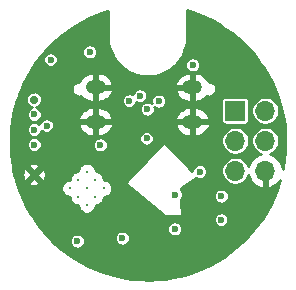
<source format=gbr>
G04 #@! TF.GenerationSoftware,KiCad,Pcbnew,(5.99.0-417-g8bd2765f3)*
G04 #@! TF.CreationDate,2020-07-20T21:20:45-04:00*
G04 #@! TF.ProjectId,bias,62696173-2e6b-4696-9361-645f70636258,rev?*
G04 #@! TF.SameCoordinates,Original*
G04 #@! TF.FileFunction,Copper,L2,Inr*
G04 #@! TF.FilePolarity,Positive*
%FSLAX46Y46*%
G04 Gerber Fmt 4.6, Leading zero omitted, Abs format (unit mm)*
G04 Created by KiCad (PCBNEW (5.99.0-417-g8bd2765f3)) date 2020-07-20 21:20:45*
%MOMM*%
%LPD*%
G04 APERTURE LIST*
%ADD10C,0.704800*%
%ADD11C,0.200000*%
%ADD12O,1.700000X1.200000*%
%ADD13R,1.700000X1.700000*%
%ADD14O,1.700000X1.700000*%
%ADD15C,0.600000*%
%ADD16C,0.254000*%
G04 APERTURE END LIST*
D10*
X190359200Y-97255400D03*
X190359200Y-103605400D03*
D11*
X194822334Y-103352874D03*
X195529441Y-104059981D03*
X196236548Y-104767087D03*
X194115228Y-104059981D03*
X194822334Y-104767087D03*
X195529441Y-105474194D03*
X193408121Y-104767087D03*
X194115228Y-105474194D03*
X194822334Y-106181301D03*
D12*
X195559240Y-96202680D03*
X203759239Y-96202680D03*
X195559240Y-99142680D03*
X203759239Y-99142680D03*
D13*
X207391000Y-98196400D03*
D14*
X209931000Y-98196400D03*
X207391000Y-100736400D03*
X209931000Y-100736400D03*
X207391000Y-103276400D03*
X209931000Y-103276400D03*
D15*
X191759400Y-93878400D03*
X199329040Y-96931480D03*
X199928480Y-98059240D03*
X199877680Y-100543360D03*
X195950840Y-101097080D03*
X203789280Y-94320360D03*
X200909240Y-97388360D03*
X198409240Y-97343280D03*
X206197200Y-105435400D03*
X204389200Y-103350400D03*
X204233742Y-106254173D03*
X205509200Y-108420400D03*
X194005200Y-109245400D03*
X197815200Y-108991400D03*
X191409200Y-99470400D03*
X202272406Y-108195168D03*
X202329200Y-105310400D03*
X195009200Y-100570400D03*
X204240000Y-90670000D03*
X208229200Y-96260400D03*
X199789200Y-106370400D03*
X192389200Y-99500400D03*
X193319400Y-94348400D03*
X196347600Y-94167000D03*
X193869200Y-92490400D03*
X197889200Y-102320400D03*
X202779200Y-100800400D03*
X199466200Y-107731128D03*
X206919200Y-94670400D03*
X204264200Y-107100400D03*
X203414200Y-107100400D03*
X203414200Y-106250400D03*
X193329400Y-93458400D03*
X206189202Y-107423638D03*
X204038200Y-109880400D03*
X199720200Y-111404400D03*
X195076399Y-93228401D03*
X190359200Y-101065400D03*
X190359200Y-99795400D03*
X190365500Y-98519100D03*
G36*
X203560798Y-89782229D02*
G01*
X204192549Y-90005549D01*
X204810427Y-90264878D01*
X205412328Y-90559331D01*
X205996279Y-90887943D01*
X206560365Y-91249636D01*
X207102690Y-91643198D01*
X207621446Y-92067314D01*
X208114952Y-92520609D01*
X208581526Y-93001541D01*
X209019667Y-93508562D01*
X209427857Y-94039914D01*
X209804825Y-94593943D01*
X210149242Y-95168696D01*
X210460022Y-95762359D01*
X210736108Y-96372917D01*
X210976587Y-96998346D01*
X211180665Y-97636586D01*
X211347675Y-98285547D01*
X211477036Y-98942970D01*
X211568349Y-99606831D01*
X211621294Y-100274804D01*
X211635699Y-100944742D01*
X211611517Y-101614372D01*
X211548831Y-102281486D01*
X211447839Y-102943932D01*
X211410083Y-103122046D01*
X211372922Y-102903494D01*
X211289477Y-102665876D01*
X211167188Y-102445715D01*
X211009554Y-102249307D01*
X210821080Y-102082266D01*
X210607156Y-101949369D01*
X210373899Y-101854416D01*
X210327251Y-101844117D01*
X210463795Y-101791154D01*
X210658517Y-101667579D01*
X210825529Y-101508537D01*
X210958469Y-101320083D01*
X211052272Y-101109397D01*
X211103563Y-100883638D01*
X211107218Y-100621960D01*
X211062250Y-100394855D01*
X210974365Y-100181633D01*
X210846739Y-99989541D01*
X210684234Y-99825897D01*
X210493038Y-99696933D01*
X210280434Y-99607563D01*
X210054520Y-99561189D01*
X209823901Y-99559579D01*
X209597361Y-99602794D01*
X209383531Y-99689187D01*
X209190552Y-99815469D01*
X209025778Y-99976828D01*
X208895482Y-100167119D01*
X208804630Y-100379095D01*
X208756680Y-100604678D01*
X208753460Y-100835281D01*
X208795092Y-101062116D01*
X208879991Y-101276546D01*
X209004922Y-101470401D01*
X209165127Y-101636298D01*
X209354504Y-101767919D01*
X209533751Y-101846230D01*
X209385147Y-101890672D01*
X209159470Y-102002453D01*
X208955854Y-102150661D01*
X208780120Y-102331056D01*
X208637293Y-102538483D01*
X208531457Y-102767009D01*
X208500379Y-102881792D01*
X208434365Y-102721633D01*
X208306739Y-102529541D01*
X208144234Y-102365897D01*
X207953038Y-102236933D01*
X207740434Y-102147563D01*
X207514520Y-102101189D01*
X207283901Y-102099579D01*
X207057361Y-102142794D01*
X206843531Y-102229187D01*
X206650552Y-102355469D01*
X206485778Y-102516828D01*
X206355482Y-102707119D01*
X206264630Y-102919095D01*
X206216680Y-103144678D01*
X206213460Y-103375281D01*
X206255092Y-103602116D01*
X206339991Y-103816546D01*
X206464922Y-104010401D01*
X206625127Y-104176298D01*
X206814504Y-104307919D01*
X207025839Y-104400249D01*
X207251084Y-104449772D01*
X207481658Y-104454601D01*
X207708778Y-104414555D01*
X207923795Y-104331154D01*
X208118517Y-104207579D01*
X208285529Y-104048537D01*
X208418469Y-103860083D01*
X208500880Y-103674983D01*
X208521097Y-103756370D01*
X208622123Y-103987062D01*
X208760575Y-104197433D01*
X208932493Y-104381471D01*
X209132960Y-104533910D01*
X209356246Y-104650392D01*
X209595966Y-104727590D01*
X209803000Y-104757239D01*
X209803000Y-103148400D01*
X210059000Y-103148400D01*
X210059000Y-104764042D01*
X210344022Y-104707348D01*
X210579216Y-104617301D01*
X210795877Y-104488912D01*
X210987807Y-104325855D01*
X211149521Y-104132791D01*
X211175419Y-104088383D01*
X211132427Y-104245877D01*
X210919060Y-104881053D01*
X210669473Y-105502918D01*
X210384513Y-106109367D01*
X210065090Y-106698450D01*
X209712314Y-107268126D01*
X209327330Y-107816550D01*
X208911390Y-108341937D01*
X208465924Y-108842476D01*
X207992363Y-109316562D01*
X207492293Y-109762607D01*
X206967414Y-110179095D01*
X206419389Y-110564709D01*
X205850121Y-110918109D01*
X205261391Y-111238186D01*
X204655263Y-111523821D01*
X204033675Y-111774098D01*
X203398721Y-111988177D01*
X202752486Y-112165352D01*
X202097140Y-112305032D01*
X201434820Y-112406758D01*
X200767759Y-112470188D01*
X200098136Y-112495113D01*
X199428198Y-112481453D01*
X198760155Y-112429249D01*
X198096231Y-112338678D01*
X197438633Y-112210043D01*
X196789518Y-112043763D01*
X196151029Y-111840387D01*
X195525347Y-111600609D01*
X194914460Y-111325191D01*
X194320473Y-111015082D01*
X193745317Y-110671292D01*
X193190894Y-110294957D01*
X192659066Y-109887341D01*
X192151585Y-109449786D01*
X191826411Y-109135020D01*
X193379200Y-109135020D01*
X193379200Y-109355780D01*
X193454705Y-109563228D01*
X193596607Y-109732342D01*
X193787793Y-109842722D01*
X194005200Y-109881057D01*
X194222607Y-109842722D01*
X194413793Y-109732342D01*
X194555695Y-109563228D01*
X194631200Y-109355780D01*
X194631200Y-109135020D01*
X194555695Y-108927572D01*
X194516634Y-108881020D01*
X197189200Y-108881020D01*
X197189200Y-109101780D01*
X197264705Y-109309228D01*
X197406607Y-109478342D01*
X197597793Y-109588722D01*
X197815200Y-109627057D01*
X198032607Y-109588722D01*
X198223793Y-109478342D01*
X198365695Y-109309228D01*
X198441200Y-109101780D01*
X198441200Y-108881020D01*
X198365695Y-108673572D01*
X198223793Y-108504458D01*
X198032607Y-108394078D01*
X197815200Y-108355743D01*
X197597793Y-108394078D01*
X197406607Y-108504458D01*
X197264705Y-108673572D01*
X197189200Y-108881020D01*
X194516634Y-108881020D01*
X194413793Y-108758458D01*
X194222607Y-108648078D01*
X194005200Y-108609743D01*
X193787793Y-108648078D01*
X193596607Y-108758458D01*
X193454705Y-108927572D01*
X193379200Y-109135020D01*
X191826411Y-109135020D01*
X191670117Y-108983729D01*
X191216290Y-108490748D01*
X190883640Y-108084788D01*
X201646406Y-108084788D01*
X201646406Y-108305548D01*
X201721911Y-108512996D01*
X201863813Y-108682110D01*
X202054999Y-108792490D01*
X202272406Y-108830825D01*
X202489813Y-108792490D01*
X202680999Y-108682110D01*
X202822901Y-108512996D01*
X202898406Y-108305548D01*
X202898406Y-108084788D01*
X202822901Y-107877340D01*
X202680999Y-107708226D01*
X202489813Y-107597846D01*
X202272406Y-107559511D01*
X202054999Y-107597846D01*
X201863813Y-107708226D01*
X201721911Y-107877340D01*
X201646406Y-108084788D01*
X190883640Y-108084788D01*
X190791582Y-107972443D01*
X190397413Y-107430551D01*
X190322021Y-107313258D01*
X205563202Y-107313258D01*
X205563202Y-107534018D01*
X205638707Y-107741466D01*
X205780609Y-107910580D01*
X205971795Y-108020960D01*
X206189202Y-108059295D01*
X206406609Y-108020960D01*
X206597795Y-107910580D01*
X206739697Y-107741466D01*
X206815202Y-107534018D01*
X206815202Y-107313258D01*
X206739697Y-107105810D01*
X206597795Y-106936696D01*
X206406609Y-106826316D01*
X206189202Y-106787981D01*
X205971795Y-106826316D01*
X205780609Y-106936696D01*
X205638707Y-107105810D01*
X205563202Y-107313258D01*
X190322021Y-107313258D01*
X190035119Y-106866910D01*
X189705838Y-106283290D01*
X189410710Y-105681705D01*
X189150693Y-105064109D01*
X189011047Y-104670453D01*
X192674121Y-104670453D01*
X192674121Y-104863721D01*
X192724143Y-105050400D01*
X192857336Y-105281102D01*
X192847483Y-105290955D01*
X192870794Y-105304414D01*
X192884253Y-105327725D01*
X192894106Y-105317872D01*
X193124808Y-105451065D01*
X193311487Y-105501087D01*
X193381228Y-105501087D01*
X193381228Y-105570828D01*
X193431250Y-105757507D01*
X193564443Y-105988209D01*
X193554590Y-105998062D01*
X193577901Y-106011521D01*
X193591360Y-106034832D01*
X193601213Y-106024979D01*
X193831915Y-106158172D01*
X194018594Y-106208194D01*
X194088334Y-106208194D01*
X194088334Y-106277935D01*
X194138356Y-106464614D01*
X194271549Y-106695316D01*
X194261696Y-106705169D01*
X194285007Y-106718628D01*
X194298466Y-106741939D01*
X194308319Y-106732086D01*
X194539021Y-106865279D01*
X194725700Y-106915301D01*
X194918968Y-106915301D01*
X195105647Y-106865279D01*
X195336349Y-106732086D01*
X195346202Y-106741939D01*
X195359661Y-106718628D01*
X195382972Y-106705169D01*
X195373119Y-106695316D01*
X195506312Y-106464614D01*
X195556334Y-106277935D01*
X195556334Y-106208194D01*
X195626075Y-106208194D01*
X195812754Y-106158172D01*
X196043456Y-106024979D01*
X196053309Y-106034832D01*
X196066768Y-106011521D01*
X196090079Y-105998062D01*
X196080226Y-105988209D01*
X196213419Y-105757507D01*
X196263441Y-105570828D01*
X196263441Y-105501087D01*
X196333182Y-105501087D01*
X196519861Y-105451065D01*
X196750563Y-105317872D01*
X196760416Y-105327725D01*
X196773875Y-105304414D01*
X196797186Y-105290955D01*
X196787333Y-105281102D01*
X196920526Y-105050400D01*
X196970548Y-104863721D01*
X196970548Y-104670453D01*
X196920526Y-104483774D01*
X196814543Y-104300201D01*
X198088267Y-104300201D01*
X201439757Y-107141994D01*
X202853101Y-107139127D01*
X202761138Y-105769520D01*
X202879695Y-105628228D01*
X202955200Y-105420780D01*
X202955200Y-105325020D01*
X205571200Y-105325020D01*
X205571200Y-105545780D01*
X205646705Y-105753228D01*
X205788607Y-105922342D01*
X205979793Y-106032722D01*
X206197200Y-106071057D01*
X206414607Y-106032722D01*
X206605793Y-105922342D01*
X206747695Y-105753228D01*
X206823200Y-105545780D01*
X206823200Y-105325020D01*
X206747695Y-105117572D01*
X206605793Y-104948458D01*
X206414607Y-104838078D01*
X206197200Y-104799743D01*
X205979793Y-104838078D01*
X205788607Y-104948458D01*
X205646705Y-105117572D01*
X205571200Y-105325020D01*
X202955200Y-105325020D01*
X202955200Y-105200020D01*
X202879694Y-104992572D01*
X202803602Y-104901888D01*
X202819203Y-104732230D01*
X204028111Y-103864768D01*
X204171793Y-103947722D01*
X204389200Y-103986057D01*
X204606607Y-103947722D01*
X204797793Y-103837342D01*
X204939695Y-103668228D01*
X205015200Y-103460780D01*
X205015200Y-103240020D01*
X204939695Y-103032572D01*
X204797793Y-102863458D01*
X204606607Y-102753078D01*
X204389200Y-102714743D01*
X204171793Y-102753078D01*
X203980607Y-102863458D01*
X203838705Y-103032572D01*
X203763200Y-103240020D01*
X203763200Y-103293010D01*
X201388139Y-100872623D01*
X198088267Y-104300201D01*
X196814543Y-104300201D01*
X196787333Y-104253072D01*
X196797186Y-104243219D01*
X196773875Y-104229760D01*
X196760416Y-104206449D01*
X196750563Y-104216302D01*
X196519861Y-104083109D01*
X196333182Y-104033087D01*
X196263441Y-104033087D01*
X196263441Y-103963347D01*
X196213419Y-103776668D01*
X196080226Y-103545966D01*
X196090079Y-103536113D01*
X196066768Y-103522654D01*
X196053309Y-103499343D01*
X196043456Y-103509196D01*
X195812754Y-103376003D01*
X195626075Y-103325981D01*
X195556334Y-103325981D01*
X195556334Y-103256240D01*
X195506312Y-103069561D01*
X195373119Y-102838859D01*
X195382972Y-102829006D01*
X195359661Y-102815547D01*
X195346202Y-102792236D01*
X195336349Y-102802089D01*
X195105647Y-102668896D01*
X194918968Y-102618874D01*
X194725700Y-102618874D01*
X194539021Y-102668896D01*
X194308319Y-102802089D01*
X194298466Y-102792236D01*
X194285007Y-102815547D01*
X194261696Y-102829006D01*
X194271549Y-102838859D01*
X194138356Y-103069561D01*
X194088334Y-103256240D01*
X194088334Y-103325981D01*
X194018594Y-103325981D01*
X193831915Y-103376003D01*
X193601213Y-103509196D01*
X193591360Y-103499343D01*
X193577901Y-103522654D01*
X193554590Y-103536113D01*
X193564443Y-103545966D01*
X193431250Y-103776668D01*
X193381228Y-103963347D01*
X193381228Y-104033087D01*
X193311487Y-104033087D01*
X193124808Y-104083109D01*
X192894106Y-104216302D01*
X192884253Y-104206449D01*
X192870794Y-104229760D01*
X192847483Y-104243219D01*
X192857336Y-104253072D01*
X192724143Y-104483774D01*
X192674121Y-104670453D01*
X189011047Y-104670453D01*
X188926674Y-104432612D01*
X188921612Y-104415224D01*
X189730396Y-104415224D01*
X190089040Y-104560127D01*
X190300355Y-104595868D01*
X190514417Y-104585399D01*
X190721236Y-104529207D01*
X190971272Y-104398491D01*
X190359200Y-103786419D01*
X189730396Y-104415224D01*
X188921612Y-104415224D01*
X188739370Y-103789242D01*
X188696362Y-103601937D01*
X189366991Y-103601937D01*
X189389394Y-103815080D01*
X189457043Y-104018439D01*
X189572110Y-104211471D01*
X190178181Y-103605400D01*
X190540219Y-103605400D01*
X191158449Y-104223630D01*
X191297357Y-103928433D01*
X191344888Y-103719225D01*
X191345659Y-103498458D01*
X191299589Y-103288924D01*
X191159619Y-102986000D01*
X190540219Y-103605400D01*
X190178181Y-103605400D01*
X189572693Y-102999912D01*
X189459949Y-103186071D01*
X189390881Y-103388955D01*
X189366991Y-103601937D01*
X188696362Y-103601937D01*
X188589414Y-103136170D01*
X188536085Y-102821926D01*
X189756745Y-102821926D01*
X190359200Y-103424381D01*
X190970385Y-102813195D01*
X190727677Y-102684144D01*
X190521254Y-102626509D01*
X190307272Y-102614545D01*
X190095711Y-102648810D01*
X189896447Y-102727705D01*
X189756745Y-102821926D01*
X188536085Y-102821926D01*
X188477298Y-102475530D01*
X188403399Y-101809553D01*
X188367958Y-101140408D01*
X188371093Y-100470323D01*
X188412795Y-99801565D01*
X188426832Y-99685020D01*
X189733200Y-99685020D01*
X189733200Y-99905780D01*
X189808705Y-100113228D01*
X189950607Y-100282342D01*
X190141793Y-100392722D01*
X190355474Y-100430400D01*
X190141793Y-100468078D01*
X189950607Y-100578458D01*
X189808705Y-100747572D01*
X189733200Y-100955020D01*
X189733200Y-101175780D01*
X189808705Y-101383228D01*
X189950607Y-101552342D01*
X190141793Y-101662722D01*
X190359200Y-101701057D01*
X190576607Y-101662722D01*
X190767793Y-101552342D01*
X190909695Y-101383228D01*
X190985200Y-101175780D01*
X190985200Y-100986700D01*
X195324840Y-100986700D01*
X195324840Y-101207460D01*
X195400345Y-101414908D01*
X195542247Y-101584022D01*
X195733433Y-101694402D01*
X195950840Y-101732737D01*
X196168247Y-101694402D01*
X196359433Y-101584022D01*
X196501335Y-101414908D01*
X196576840Y-101207460D01*
X196576840Y-100986700D01*
X196501335Y-100779252D01*
X196359433Y-100610138D01*
X196168247Y-100499758D01*
X195950840Y-100461423D01*
X195733433Y-100499758D01*
X195542247Y-100610138D01*
X195400345Y-100779252D01*
X195324840Y-100986700D01*
X190985200Y-100986700D01*
X190985200Y-100955020D01*
X190909695Y-100747572D01*
X190767793Y-100578458D01*
X190576607Y-100468078D01*
X190377558Y-100432980D01*
X199251680Y-100432980D01*
X199251680Y-100653740D01*
X199327185Y-100861188D01*
X199469087Y-101030302D01*
X199660273Y-101140682D01*
X199877680Y-101179017D01*
X200095087Y-101140682D01*
X200286273Y-101030302D01*
X200428175Y-100861188D01*
X200437604Y-100835281D01*
X206213460Y-100835281D01*
X206255092Y-101062116D01*
X206339991Y-101276546D01*
X206464922Y-101470401D01*
X206625127Y-101636298D01*
X206814504Y-101767919D01*
X207025839Y-101860249D01*
X207251084Y-101909772D01*
X207481658Y-101914601D01*
X207708778Y-101874555D01*
X207923795Y-101791154D01*
X208118517Y-101667579D01*
X208285529Y-101508537D01*
X208418469Y-101320083D01*
X208512272Y-101109397D01*
X208563563Y-100883638D01*
X208567218Y-100621960D01*
X208522250Y-100394855D01*
X208434365Y-100181633D01*
X208306739Y-99989541D01*
X208144234Y-99825897D01*
X207953038Y-99696933D01*
X207740434Y-99607563D01*
X207514520Y-99561189D01*
X207283901Y-99559579D01*
X207057361Y-99602794D01*
X206843531Y-99689187D01*
X206650552Y-99815469D01*
X206485778Y-99976828D01*
X206355482Y-100167119D01*
X206264630Y-100379095D01*
X206216680Y-100604678D01*
X206213460Y-100835281D01*
X200437604Y-100835281D01*
X200503680Y-100653740D01*
X200503680Y-100432980D01*
X200428175Y-100225532D01*
X200286273Y-100056418D01*
X200095087Y-99946038D01*
X199877680Y-99907703D01*
X199660273Y-99946038D01*
X199469087Y-100056418D01*
X199327185Y-100225532D01*
X199251680Y-100432980D01*
X190377558Y-100432980D01*
X190362926Y-100430400D01*
X190576607Y-100392722D01*
X190767793Y-100282342D01*
X190909695Y-100113228D01*
X190976772Y-99928936D01*
X191000607Y-99957342D01*
X191191793Y-100067722D01*
X191409200Y-100106057D01*
X191626607Y-100067722D01*
X191817793Y-99957342D01*
X191959695Y-99788228D01*
X192035200Y-99580780D01*
X192035200Y-99360020D01*
X192002683Y-99270680D01*
X194070751Y-99270680D01*
X194137165Y-99546258D01*
X194234625Y-99760611D01*
X194370860Y-99952668D01*
X194540955Y-100115498D01*
X194738772Y-100243226D01*
X194960060Y-100332408D01*
X195265399Y-100376680D01*
X195431240Y-100376680D01*
X195431240Y-99270680D01*
X195687240Y-99270680D01*
X195687240Y-100376680D01*
X195868051Y-100376680D01*
X196043645Y-100359927D01*
X196269592Y-100293641D01*
X196478928Y-100185826D01*
X196664100Y-100040372D01*
X196818426Y-99862526D01*
X196936339Y-99658707D01*
X197013584Y-99436265D01*
X197037586Y-99270680D01*
X202270750Y-99270680D01*
X202337164Y-99546258D01*
X202434624Y-99760611D01*
X202570859Y-99952668D01*
X202740954Y-100115498D01*
X202938771Y-100243226D01*
X203160059Y-100332408D01*
X203465398Y-100376680D01*
X203631239Y-100376680D01*
X203631239Y-99270680D01*
X203887239Y-99270680D01*
X203887239Y-100376680D01*
X204068050Y-100376680D01*
X204243644Y-100359927D01*
X204469591Y-100293641D01*
X204678927Y-100185826D01*
X204864099Y-100040372D01*
X205018425Y-99862526D01*
X205136338Y-99658707D01*
X205213583Y-99436265D01*
X205237585Y-99270680D01*
X203887239Y-99270680D01*
X203631239Y-99270680D01*
X202270750Y-99270680D01*
X197037586Y-99270680D01*
X195687240Y-99270680D01*
X195431240Y-99270680D01*
X194070751Y-99270680D01*
X192002683Y-99270680D01*
X191959695Y-99152572D01*
X191843992Y-99014680D01*
X194080894Y-99014680D01*
X195431240Y-99014680D01*
X195431240Y-97908680D01*
X195687240Y-97908680D01*
X195687240Y-99014680D01*
X197047729Y-99014680D01*
X202280893Y-99014680D01*
X203631239Y-99014680D01*
X203631239Y-97908680D01*
X203887239Y-97908680D01*
X203887239Y-99014680D01*
X205247728Y-99014680D01*
X205181314Y-98739102D01*
X205083854Y-98524749D01*
X204947619Y-98332692D01*
X204777524Y-98169862D01*
X204579707Y-98042134D01*
X204358419Y-97952952D01*
X204053080Y-97908680D01*
X203887239Y-97908680D01*
X203631239Y-97908680D01*
X203450428Y-97908680D01*
X203274834Y-97925433D01*
X203048887Y-97991719D01*
X202839551Y-98099534D01*
X202654379Y-98244988D01*
X202500053Y-98422834D01*
X202382140Y-98626653D01*
X202304895Y-98849095D01*
X202280893Y-99014680D01*
X197047729Y-99014680D01*
X196981315Y-98739102D01*
X196883855Y-98524749D01*
X196747620Y-98332692D01*
X196577525Y-98169862D01*
X196379708Y-98042134D01*
X196158420Y-97952952D01*
X195853081Y-97908680D01*
X195687240Y-97908680D01*
X195431240Y-97908680D01*
X195250429Y-97908680D01*
X195074835Y-97925433D01*
X194848888Y-97991719D01*
X194639552Y-98099534D01*
X194454380Y-98244988D01*
X194300054Y-98422834D01*
X194182141Y-98626653D01*
X194104896Y-98849095D01*
X194080894Y-99014680D01*
X191843992Y-99014680D01*
X191817793Y-98983458D01*
X191626607Y-98873078D01*
X191409200Y-98834743D01*
X191191793Y-98873078D01*
X191000607Y-98983458D01*
X190858705Y-99152572D01*
X190791628Y-99336864D01*
X190767793Y-99308458D01*
X190576607Y-99198078D01*
X190359200Y-99159743D01*
X190141793Y-99198078D01*
X189950607Y-99308458D01*
X189808705Y-99477572D01*
X189733200Y-99685020D01*
X188426832Y-99685020D01*
X188492928Y-99136285D01*
X188611222Y-98476729D01*
X188767286Y-97825083D01*
X188941099Y-97248229D01*
X189674468Y-97248229D01*
X189697764Y-97432631D01*
X189769790Y-97603976D01*
X189885242Y-97749639D01*
X190035612Y-97858890D01*
X190186502Y-97915005D01*
X190148093Y-97921778D01*
X189956907Y-98032158D01*
X189815005Y-98201272D01*
X189739500Y-98408720D01*
X189739500Y-98629480D01*
X189815005Y-98836928D01*
X189956907Y-99006042D01*
X190148093Y-99116422D01*
X190365500Y-99154757D01*
X190582907Y-99116422D01*
X190774093Y-99006042D01*
X190915995Y-98836928D01*
X190991500Y-98629480D01*
X190991500Y-98408720D01*
X190915995Y-98201272D01*
X190774093Y-98032158D01*
X190582907Y-97921778D01*
X190532824Y-97912947D01*
X190577613Y-97904403D01*
X190744098Y-97821759D01*
X190882224Y-97697390D01*
X190981818Y-97540456D01*
X191035733Y-97361878D01*
X191037815Y-97163114D01*
X190987651Y-96983445D01*
X190891366Y-96824460D01*
X190755874Y-96697225D01*
X190591158Y-96611113D01*
X190409351Y-96572469D01*
X190223850Y-96584140D01*
X190048321Y-96645266D01*
X189895696Y-96751343D01*
X189777219Y-96894557D01*
X189701620Y-97064356D01*
X189674468Y-97248229D01*
X188941099Y-97248229D01*
X188960598Y-97183516D01*
X189190531Y-96554110D01*
X189233728Y-96454134D01*
X193532081Y-96454134D01*
X193580150Y-96626882D01*
X193674774Y-96779196D01*
X193808341Y-96898830D01*
X193970118Y-96976167D01*
X194147100Y-97004990D01*
X194325056Y-96982982D01*
X194344001Y-96974803D01*
X194370860Y-97012668D01*
X194540955Y-97175498D01*
X194738772Y-97303226D01*
X194960060Y-97392408D01*
X195265399Y-97436680D01*
X195431240Y-97436680D01*
X195431240Y-96330680D01*
X195687240Y-96330680D01*
X195687240Y-97436680D01*
X195868051Y-97436680D01*
X196043645Y-97419927D01*
X196269592Y-97353641D01*
X196478928Y-97245826D01*
X196495383Y-97232900D01*
X197783240Y-97232900D01*
X197783240Y-97453660D01*
X197858745Y-97661108D01*
X198000647Y-97830222D01*
X198191833Y-97940602D01*
X198409240Y-97978937D01*
X198579813Y-97948860D01*
X199302480Y-97948860D01*
X199302480Y-98169620D01*
X199377985Y-98377068D01*
X199519887Y-98546182D01*
X199711073Y-98656562D01*
X199928480Y-98694897D01*
X200145887Y-98656562D01*
X200337073Y-98546182D01*
X200478975Y-98377068D01*
X200554480Y-98169620D01*
X200554480Y-97948860D01*
X200534906Y-97895081D01*
X200691833Y-97985682D01*
X200909240Y-98024017D01*
X201126647Y-97985682D01*
X201317833Y-97875302D01*
X201459735Y-97706188D01*
X201535240Y-97498740D01*
X201535240Y-97277980D01*
X201459735Y-97070532D01*
X201317833Y-96901418D01*
X201126647Y-96791038D01*
X200909240Y-96752703D01*
X200691833Y-96791038D01*
X200500647Y-96901418D01*
X200358745Y-97070532D01*
X200283240Y-97277980D01*
X200283240Y-97498740D01*
X200302814Y-97552519D01*
X200145887Y-97461918D01*
X199928480Y-97423583D01*
X199711073Y-97461918D01*
X199519887Y-97572298D01*
X199377985Y-97741412D01*
X199302480Y-97948860D01*
X198579813Y-97948860D01*
X198626647Y-97940602D01*
X198817833Y-97830222D01*
X198959735Y-97661108D01*
X199025905Y-97479308D01*
X199111633Y-97528802D01*
X199329040Y-97567137D01*
X199546447Y-97528802D01*
X199737633Y-97418422D01*
X199879535Y-97249308D01*
X199955040Y-97041860D01*
X199955040Y-96821100D01*
X199879535Y-96613652D01*
X199737633Y-96444538D01*
X199546447Y-96334158D01*
X199526723Y-96330680D01*
X202270750Y-96330680D01*
X202337164Y-96606258D01*
X202434624Y-96820611D01*
X202570859Y-97012668D01*
X202740954Y-97175498D01*
X202938771Y-97303226D01*
X203160059Y-97392408D01*
X203465398Y-97436680D01*
X203631239Y-97436680D01*
X203631239Y-96330680D01*
X202270750Y-96330680D01*
X199526723Y-96330680D01*
X199329040Y-96295823D01*
X199111633Y-96334158D01*
X198920447Y-96444538D01*
X198778545Y-96613652D01*
X198712375Y-96795452D01*
X198626647Y-96745958D01*
X198409240Y-96707623D01*
X198191833Y-96745958D01*
X198000647Y-96856338D01*
X197858745Y-97025452D01*
X197783240Y-97232900D01*
X196495383Y-97232900D01*
X196664100Y-97100372D01*
X196818426Y-96922526D01*
X196936339Y-96718707D01*
X197013584Y-96496265D01*
X197037586Y-96330680D01*
X195687240Y-96330680D01*
X195431240Y-96330680D01*
X195431240Y-94968680D01*
X195687240Y-94968680D01*
X195687240Y-96074680D01*
X197047729Y-96074680D01*
X202280893Y-96074680D01*
X203631239Y-96074680D01*
X203631239Y-94968680D01*
X203887239Y-94968680D01*
X203887239Y-97436680D01*
X204068050Y-97436680D01*
X204243644Y-97419927D01*
X204469591Y-97353641D01*
X204507745Y-97333990D01*
X206211082Y-97333990D01*
X206211082Y-99058810D01*
X206233914Y-99173599D01*
X206305967Y-99281433D01*
X206413801Y-99353486D01*
X206528590Y-99376318D01*
X208253410Y-99376318D01*
X208368199Y-99353486D01*
X208476033Y-99281433D01*
X208548086Y-99173599D01*
X208570918Y-99058810D01*
X208570918Y-98295281D01*
X208753460Y-98295281D01*
X208795092Y-98522116D01*
X208879991Y-98736546D01*
X209004922Y-98930401D01*
X209165127Y-99096298D01*
X209354504Y-99227919D01*
X209565839Y-99320249D01*
X209791084Y-99369772D01*
X210021658Y-99374601D01*
X210248778Y-99334555D01*
X210463795Y-99251154D01*
X210658517Y-99127579D01*
X210825529Y-98968537D01*
X210958469Y-98780083D01*
X211052272Y-98569397D01*
X211103563Y-98343638D01*
X211107218Y-98081960D01*
X211062250Y-97854855D01*
X210974365Y-97641633D01*
X210846739Y-97449541D01*
X210684234Y-97285897D01*
X210493038Y-97156933D01*
X210280434Y-97067563D01*
X210054520Y-97021189D01*
X209823901Y-97019579D01*
X209597361Y-97062794D01*
X209383531Y-97149187D01*
X209190552Y-97275469D01*
X209025778Y-97436828D01*
X208895482Y-97627119D01*
X208804630Y-97839095D01*
X208756680Y-98064678D01*
X208753460Y-98295281D01*
X208570918Y-98295281D01*
X208570918Y-97333990D01*
X208548086Y-97219201D01*
X208476033Y-97111367D01*
X208368199Y-97039314D01*
X208253410Y-97016482D01*
X206528590Y-97016482D01*
X206413801Y-97039314D01*
X206305967Y-97111367D01*
X206233914Y-97219201D01*
X206211082Y-97333990D01*
X204507745Y-97333990D01*
X204678927Y-97245826D01*
X204864099Y-97100372D01*
X204971661Y-96976418D01*
X205147100Y-97004990D01*
X205325056Y-96982982D01*
X205489681Y-96911913D01*
X205627745Y-96797494D01*
X205728145Y-96648924D01*
X205783050Y-96477401D01*
X205785578Y-96284325D01*
X205735181Y-96111422D01*
X205638705Y-95960275D01*
X205503684Y-95842282D01*
X205340975Y-95766928D01*
X205163656Y-95740269D01*
X205155095Y-95741434D01*
X205083854Y-95584749D01*
X204947619Y-95392692D01*
X204777524Y-95229862D01*
X204579707Y-95102134D01*
X204358419Y-95012952D01*
X204053080Y-94968680D01*
X203887239Y-94968680D01*
X203631239Y-94968680D01*
X203450428Y-94968680D01*
X203274834Y-94985433D01*
X203048887Y-95051719D01*
X202839551Y-95159534D01*
X202654379Y-95304988D01*
X202500053Y-95482834D01*
X202382140Y-95686653D01*
X202304895Y-95909095D01*
X202280893Y-96074680D01*
X197047729Y-96074680D01*
X196981315Y-95799102D01*
X196883855Y-95584749D01*
X196747620Y-95392692D01*
X196577525Y-95229862D01*
X196379708Y-95102134D01*
X196158420Y-95012952D01*
X195853081Y-94968680D01*
X195687240Y-94968680D01*
X195431240Y-94968680D01*
X195250429Y-94968680D01*
X195074835Y-94985433D01*
X194848888Y-95051719D01*
X194639552Y-95159534D01*
X194454380Y-95304988D01*
X194300054Y-95482834D01*
X194182141Y-95686653D01*
X194163516Y-95740287D01*
X193985981Y-95764449D01*
X193822235Y-95837525D01*
X193685581Y-95953621D01*
X193587004Y-96103405D01*
X193534428Y-96274836D01*
X193532081Y-96454134D01*
X189233728Y-96454134D01*
X189456308Y-95938997D01*
X189757052Y-95340205D01*
X190091769Y-94759713D01*
X190459344Y-94199457D01*
X190779385Y-93768020D01*
X191133400Y-93768020D01*
X191133400Y-93988780D01*
X191208905Y-94196228D01*
X191350807Y-94365342D01*
X191541993Y-94475722D01*
X191759400Y-94514057D01*
X191976807Y-94475722D01*
X192167993Y-94365342D01*
X192309895Y-94196228D01*
X192385400Y-93988780D01*
X192385400Y-93768020D01*
X192309895Y-93560572D01*
X192167993Y-93391458D01*
X191976807Y-93281078D01*
X191759400Y-93242743D01*
X191541993Y-93281078D01*
X191350807Y-93391458D01*
X191208905Y-93560572D01*
X191133400Y-93768020D01*
X190779385Y-93768020D01*
X190858560Y-93661287D01*
X191288097Y-93146986D01*
X191315266Y-93118021D01*
X194450399Y-93118021D01*
X194450399Y-93338781D01*
X194525904Y-93546229D01*
X194667806Y-93715343D01*
X194858992Y-93825723D01*
X195076399Y-93864058D01*
X195293806Y-93825723D01*
X195484992Y-93715343D01*
X195626894Y-93546229D01*
X195702399Y-93338781D01*
X195702399Y-93118021D01*
X195626894Y-92910573D01*
X195484992Y-92741459D01*
X195293806Y-92631079D01*
X195076399Y-92592744D01*
X194858992Y-92631079D01*
X194667806Y-92741459D01*
X194525904Y-92910573D01*
X194450399Y-93118021D01*
X191315266Y-93118021D01*
X191746531Y-92658260D01*
X192232325Y-92196745D01*
X192743889Y-91763952D01*
X193279509Y-91361332D01*
X193837430Y-90990203D01*
X194415776Y-90651814D01*
X195012658Y-90347268D01*
X195626074Y-90077591D01*
X196253985Y-89843677D01*
X196646422Y-89722708D01*
X196623560Y-91936882D01*
X196617882Y-91963154D01*
X196618086Y-91977762D01*
X196618943Y-92042786D01*
X196618721Y-92044300D01*
X196619009Y-92047848D01*
X196619048Y-92050777D01*
X196619348Y-92052019D01*
X196619906Y-92058877D01*
X196648884Y-92417823D01*
X196650287Y-92422281D01*
X196650141Y-92427097D01*
X196652993Y-92441441D01*
X196723036Y-92794675D01*
X196724942Y-92798943D01*
X196725354Y-92803784D01*
X196729833Y-92817668D01*
X196729832Y-92817668D01*
X196840011Y-93160510D01*
X196842394Y-93164529D01*
X196843346Y-93169223D01*
X196849404Y-93182566D01*
X196998258Y-93510476D01*
X197001088Y-93514195D01*
X197002544Y-93518660D01*
X197010079Y-93531232D01*
X197195681Y-93839933D01*
X197198918Y-93843300D01*
X197200911Y-93847641D01*
X197209856Y-93859254D01*
X197429663Y-94144517D01*
X197433264Y-94147489D01*
X197435743Y-94151572D01*
X197445965Y-94162080D01*
X197697098Y-94420184D01*
X197701022Y-94422726D01*
X197703926Y-94426461D01*
X197715278Y-94435731D01*
X197994451Y-94663293D01*
X197998639Y-94665366D01*
X198001923Y-94668712D01*
X198014263Y-94676624D01*
X198317770Y-94870607D01*
X198322169Y-94872185D01*
X198325824Y-94875138D01*
X198338989Y-94881577D01*
X198662777Y-95039390D01*
X198667333Y-95040453D01*
X198671365Y-95043005D01*
X198685189Y-95047872D01*
X199024901Y-95167399D01*
X199029542Y-95167931D01*
X199033881Y-95170022D01*
X199048210Y-95173266D01*
X199399336Y-95252940D01*
X199404006Y-95252934D01*
X199408619Y-95254535D01*
X199423098Y-95256081D01*
X199781115Y-95294875D01*
X199785756Y-95294333D01*
X199790327Y-95295349D01*
X199804982Y-95295266D01*
X200165192Y-95292653D01*
X200169739Y-95291581D01*
X200174550Y-95292081D01*
X200189046Y-95290284D01*
X200189046Y-95290285D01*
X200546463Y-95246301D01*
X200550858Y-95244713D01*
X200555592Y-95244658D01*
X200569841Y-95241219D01*
X200919882Y-95156433D01*
X200924064Y-95154351D01*
X200928857Y-95153740D01*
X200942566Y-95148680D01*
X201280497Y-95024241D01*
X201284411Y-95021693D01*
X201289174Y-95020517D01*
X201302139Y-95013932D01*
X201623528Y-94851478D01*
X201627126Y-94848495D01*
X201631570Y-94846836D01*
X201643809Y-94838772D01*
X201944430Y-94640431D01*
X201947658Y-94637056D01*
X201952032Y-94634822D01*
X201963144Y-94625454D01*
X202238945Y-94393901D01*
X202241764Y-94390179D01*
X202245718Y-94387545D01*
X202255793Y-94376897D01*
X202413551Y-94209980D01*
X203163280Y-94209980D01*
X203163280Y-94430740D01*
X203238785Y-94638188D01*
X203380687Y-94807302D01*
X203571873Y-94917682D01*
X203789280Y-94956017D01*
X204006687Y-94917682D01*
X204197873Y-94807302D01*
X204339775Y-94638188D01*
X204415280Y-94430740D01*
X204415280Y-94209980D01*
X204339775Y-94002532D01*
X204197873Y-93833418D01*
X204006687Y-93723038D01*
X203789280Y-93684703D01*
X203571873Y-93723038D01*
X203380687Y-93833418D01*
X203238785Y-94002532D01*
X203163280Y-94209980D01*
X202413551Y-94209980D01*
X202503173Y-94115155D01*
X202505546Y-94111133D01*
X202509182Y-94108053D01*
X202517963Y-94096317D01*
X202733614Y-93807884D01*
X202735509Y-93803616D01*
X202738753Y-93800153D01*
X202746131Y-93787487D01*
X202927211Y-93476165D01*
X202928603Y-93471706D01*
X202931471Y-93467835D01*
X202937316Y-93454426D01*
X203081397Y-93124393D01*
X203082268Y-93119801D01*
X203084694Y-93115587D01*
X203088936Y-93101638D01*
X203194130Y-92757233D01*
X203194467Y-92752569D01*
X203196329Y-92748253D01*
X203198990Y-92733842D01*
X203263915Y-92379544D01*
X203263714Y-92374875D01*
X203265076Y-92370345D01*
X203266057Y-92355721D01*
X203289828Y-91996336D01*
X203284868Y-91965253D01*
X203319563Y-89712290D01*
X203560798Y-89782229D01*
G37*
D16*
X203560798Y-89782229D02*
X204192549Y-90005549D01*
X204810427Y-90264878D01*
X205412328Y-90559331D01*
X205996279Y-90887943D01*
X206560365Y-91249636D01*
X207102690Y-91643198D01*
X207621446Y-92067314D01*
X208114952Y-92520609D01*
X208581526Y-93001541D01*
X209019667Y-93508562D01*
X209427857Y-94039914D01*
X209804825Y-94593943D01*
X210149242Y-95168696D01*
X210460022Y-95762359D01*
X210736108Y-96372917D01*
X210976587Y-96998346D01*
X211180665Y-97636586D01*
X211347675Y-98285547D01*
X211477036Y-98942970D01*
X211568349Y-99606831D01*
X211621294Y-100274804D01*
X211635699Y-100944742D01*
X211611517Y-101614372D01*
X211548831Y-102281486D01*
X211447839Y-102943932D01*
X211410083Y-103122046D01*
X211372922Y-102903494D01*
X211289477Y-102665876D01*
X211167188Y-102445715D01*
X211009554Y-102249307D01*
X210821080Y-102082266D01*
X210607156Y-101949369D01*
X210373899Y-101854416D01*
X210327251Y-101844117D01*
X210463795Y-101791154D01*
X210658517Y-101667579D01*
X210825529Y-101508537D01*
X210958469Y-101320083D01*
X211052272Y-101109397D01*
X211103563Y-100883638D01*
X211107218Y-100621960D01*
X211062250Y-100394855D01*
X210974365Y-100181633D01*
X210846739Y-99989541D01*
X210684234Y-99825897D01*
X210493038Y-99696933D01*
X210280434Y-99607563D01*
X210054520Y-99561189D01*
X209823901Y-99559579D01*
X209597361Y-99602794D01*
X209383531Y-99689187D01*
X209190552Y-99815469D01*
X209025778Y-99976828D01*
X208895482Y-100167119D01*
X208804630Y-100379095D01*
X208756680Y-100604678D01*
X208753460Y-100835281D01*
X208795092Y-101062116D01*
X208879991Y-101276546D01*
X209004922Y-101470401D01*
X209165127Y-101636298D01*
X209354504Y-101767919D01*
X209533751Y-101846230D01*
X209385147Y-101890672D01*
X209159470Y-102002453D01*
X208955854Y-102150661D01*
X208780120Y-102331056D01*
X208637293Y-102538483D01*
X208531457Y-102767009D01*
X208500379Y-102881792D01*
X208434365Y-102721633D01*
X208306739Y-102529541D01*
X208144234Y-102365897D01*
X207953038Y-102236933D01*
X207740434Y-102147563D01*
X207514520Y-102101189D01*
X207283901Y-102099579D01*
X207057361Y-102142794D01*
X206843531Y-102229187D01*
X206650552Y-102355469D01*
X206485778Y-102516828D01*
X206355482Y-102707119D01*
X206264630Y-102919095D01*
X206216680Y-103144678D01*
X206213460Y-103375281D01*
X206255092Y-103602116D01*
X206339991Y-103816546D01*
X206464922Y-104010401D01*
X206625127Y-104176298D01*
X206814504Y-104307919D01*
X207025839Y-104400249D01*
X207251084Y-104449772D01*
X207481658Y-104454601D01*
X207708778Y-104414555D01*
X207923795Y-104331154D01*
X208118517Y-104207579D01*
X208285529Y-104048537D01*
X208418469Y-103860083D01*
X208500880Y-103674983D01*
X208521097Y-103756370D01*
X208622123Y-103987062D01*
X208760575Y-104197433D01*
X208932493Y-104381471D01*
X209132960Y-104533910D01*
X209356246Y-104650392D01*
X209595966Y-104727590D01*
X209803000Y-104757239D01*
X209803000Y-103148400D01*
X210059000Y-103148400D01*
X210059000Y-104764042D01*
X210344022Y-104707348D01*
X210579216Y-104617301D01*
X210795877Y-104488912D01*
X210987807Y-104325855D01*
X211149521Y-104132791D01*
X211175419Y-104088383D01*
X211132427Y-104245877D01*
X210919060Y-104881053D01*
X210669473Y-105502918D01*
X210384513Y-106109367D01*
X210065090Y-106698450D01*
X209712314Y-107268126D01*
X209327330Y-107816550D01*
X208911390Y-108341937D01*
X208465924Y-108842476D01*
X207992363Y-109316562D01*
X207492293Y-109762607D01*
X206967414Y-110179095D01*
X206419389Y-110564709D01*
X205850121Y-110918109D01*
X205261391Y-111238186D01*
X204655263Y-111523821D01*
X204033675Y-111774098D01*
X203398721Y-111988177D01*
X202752486Y-112165352D01*
X202097140Y-112305032D01*
X201434820Y-112406758D01*
X200767759Y-112470188D01*
X200098136Y-112495113D01*
X199428198Y-112481453D01*
X198760155Y-112429249D01*
X198096231Y-112338678D01*
X197438633Y-112210043D01*
X196789518Y-112043763D01*
X196151029Y-111840387D01*
X195525347Y-111600609D01*
X194914460Y-111325191D01*
X194320473Y-111015082D01*
X193745317Y-110671292D01*
X193190894Y-110294957D01*
X192659066Y-109887341D01*
X192151585Y-109449786D01*
X191826411Y-109135020D01*
X193379200Y-109135020D01*
X193379200Y-109355780D01*
X193454705Y-109563228D01*
X193596607Y-109732342D01*
X193787793Y-109842722D01*
X194005200Y-109881057D01*
X194222607Y-109842722D01*
X194413793Y-109732342D01*
X194555695Y-109563228D01*
X194631200Y-109355780D01*
X194631200Y-109135020D01*
X194555695Y-108927572D01*
X194516634Y-108881020D01*
X197189200Y-108881020D01*
X197189200Y-109101780D01*
X197264705Y-109309228D01*
X197406607Y-109478342D01*
X197597793Y-109588722D01*
X197815200Y-109627057D01*
X198032607Y-109588722D01*
X198223793Y-109478342D01*
X198365695Y-109309228D01*
X198441200Y-109101780D01*
X198441200Y-108881020D01*
X198365695Y-108673572D01*
X198223793Y-108504458D01*
X198032607Y-108394078D01*
X197815200Y-108355743D01*
X197597793Y-108394078D01*
X197406607Y-108504458D01*
X197264705Y-108673572D01*
X197189200Y-108881020D01*
X194516634Y-108881020D01*
X194413793Y-108758458D01*
X194222607Y-108648078D01*
X194005200Y-108609743D01*
X193787793Y-108648078D01*
X193596607Y-108758458D01*
X193454705Y-108927572D01*
X193379200Y-109135020D01*
X191826411Y-109135020D01*
X191670117Y-108983729D01*
X191216290Y-108490748D01*
X190883640Y-108084788D01*
X201646406Y-108084788D01*
X201646406Y-108305548D01*
X201721911Y-108512996D01*
X201863813Y-108682110D01*
X202054999Y-108792490D01*
X202272406Y-108830825D01*
X202489813Y-108792490D01*
X202680999Y-108682110D01*
X202822901Y-108512996D01*
X202898406Y-108305548D01*
X202898406Y-108084788D01*
X202822901Y-107877340D01*
X202680999Y-107708226D01*
X202489813Y-107597846D01*
X202272406Y-107559511D01*
X202054999Y-107597846D01*
X201863813Y-107708226D01*
X201721911Y-107877340D01*
X201646406Y-108084788D01*
X190883640Y-108084788D01*
X190791582Y-107972443D01*
X190397413Y-107430551D01*
X190322021Y-107313258D01*
X205563202Y-107313258D01*
X205563202Y-107534018D01*
X205638707Y-107741466D01*
X205780609Y-107910580D01*
X205971795Y-108020960D01*
X206189202Y-108059295D01*
X206406609Y-108020960D01*
X206597795Y-107910580D01*
X206739697Y-107741466D01*
X206815202Y-107534018D01*
X206815202Y-107313258D01*
X206739697Y-107105810D01*
X206597795Y-106936696D01*
X206406609Y-106826316D01*
X206189202Y-106787981D01*
X205971795Y-106826316D01*
X205780609Y-106936696D01*
X205638707Y-107105810D01*
X205563202Y-107313258D01*
X190322021Y-107313258D01*
X190035119Y-106866910D01*
X189705838Y-106283290D01*
X189410710Y-105681705D01*
X189150693Y-105064109D01*
X189011047Y-104670453D01*
X192674121Y-104670453D01*
X192674121Y-104863721D01*
X192724143Y-105050400D01*
X192857336Y-105281102D01*
X192847483Y-105290955D01*
X192870794Y-105304414D01*
X192884253Y-105327725D01*
X192894106Y-105317872D01*
X193124808Y-105451065D01*
X193311487Y-105501087D01*
X193381228Y-105501087D01*
X193381228Y-105570828D01*
X193431250Y-105757507D01*
X193564443Y-105988209D01*
X193554590Y-105998062D01*
X193577901Y-106011521D01*
X193591360Y-106034832D01*
X193601213Y-106024979D01*
X193831915Y-106158172D01*
X194018594Y-106208194D01*
X194088334Y-106208194D01*
X194088334Y-106277935D01*
X194138356Y-106464614D01*
X194271549Y-106695316D01*
X194261696Y-106705169D01*
X194285007Y-106718628D01*
X194298466Y-106741939D01*
X194308319Y-106732086D01*
X194539021Y-106865279D01*
X194725700Y-106915301D01*
X194918968Y-106915301D01*
X195105647Y-106865279D01*
X195336349Y-106732086D01*
X195346202Y-106741939D01*
X195359661Y-106718628D01*
X195382972Y-106705169D01*
X195373119Y-106695316D01*
X195506312Y-106464614D01*
X195556334Y-106277935D01*
X195556334Y-106208194D01*
X195626075Y-106208194D01*
X195812754Y-106158172D01*
X196043456Y-106024979D01*
X196053309Y-106034832D01*
X196066768Y-106011521D01*
X196090079Y-105998062D01*
X196080226Y-105988209D01*
X196213419Y-105757507D01*
X196263441Y-105570828D01*
X196263441Y-105501087D01*
X196333182Y-105501087D01*
X196519861Y-105451065D01*
X196750563Y-105317872D01*
X196760416Y-105327725D01*
X196773875Y-105304414D01*
X196797186Y-105290955D01*
X196787333Y-105281102D01*
X196920526Y-105050400D01*
X196970548Y-104863721D01*
X196970548Y-104670453D01*
X196920526Y-104483774D01*
X196814543Y-104300201D01*
X198088267Y-104300201D01*
X201439757Y-107141994D01*
X202853101Y-107139127D01*
X202761138Y-105769520D01*
X202879695Y-105628228D01*
X202955200Y-105420780D01*
X202955200Y-105325020D01*
X205571200Y-105325020D01*
X205571200Y-105545780D01*
X205646705Y-105753228D01*
X205788607Y-105922342D01*
X205979793Y-106032722D01*
X206197200Y-106071057D01*
X206414607Y-106032722D01*
X206605793Y-105922342D01*
X206747695Y-105753228D01*
X206823200Y-105545780D01*
X206823200Y-105325020D01*
X206747695Y-105117572D01*
X206605793Y-104948458D01*
X206414607Y-104838078D01*
X206197200Y-104799743D01*
X205979793Y-104838078D01*
X205788607Y-104948458D01*
X205646705Y-105117572D01*
X205571200Y-105325020D01*
X202955200Y-105325020D01*
X202955200Y-105200020D01*
X202879694Y-104992572D01*
X202803602Y-104901888D01*
X202819203Y-104732230D01*
X204028111Y-103864768D01*
X204171793Y-103947722D01*
X204389200Y-103986057D01*
X204606607Y-103947722D01*
X204797793Y-103837342D01*
X204939695Y-103668228D01*
X205015200Y-103460780D01*
X205015200Y-103240020D01*
X204939695Y-103032572D01*
X204797793Y-102863458D01*
X204606607Y-102753078D01*
X204389200Y-102714743D01*
X204171793Y-102753078D01*
X203980607Y-102863458D01*
X203838705Y-103032572D01*
X203763200Y-103240020D01*
X203763200Y-103293010D01*
X201388139Y-100872623D01*
X198088267Y-104300201D01*
X196814543Y-104300201D01*
X196787333Y-104253072D01*
X196797186Y-104243219D01*
X196773875Y-104229760D01*
X196760416Y-104206449D01*
X196750563Y-104216302D01*
X196519861Y-104083109D01*
X196333182Y-104033087D01*
X196263441Y-104033087D01*
X196263441Y-103963347D01*
X196213419Y-103776668D01*
X196080226Y-103545966D01*
X196090079Y-103536113D01*
X196066768Y-103522654D01*
X196053309Y-103499343D01*
X196043456Y-103509196D01*
X195812754Y-103376003D01*
X195626075Y-103325981D01*
X195556334Y-103325981D01*
X195556334Y-103256240D01*
X195506312Y-103069561D01*
X195373119Y-102838859D01*
X195382972Y-102829006D01*
X195359661Y-102815547D01*
X195346202Y-102792236D01*
X195336349Y-102802089D01*
X195105647Y-102668896D01*
X194918968Y-102618874D01*
X194725700Y-102618874D01*
X194539021Y-102668896D01*
X194308319Y-102802089D01*
X194298466Y-102792236D01*
X194285007Y-102815547D01*
X194261696Y-102829006D01*
X194271549Y-102838859D01*
X194138356Y-103069561D01*
X194088334Y-103256240D01*
X194088334Y-103325981D01*
X194018594Y-103325981D01*
X193831915Y-103376003D01*
X193601213Y-103509196D01*
X193591360Y-103499343D01*
X193577901Y-103522654D01*
X193554590Y-103536113D01*
X193564443Y-103545966D01*
X193431250Y-103776668D01*
X193381228Y-103963347D01*
X193381228Y-104033087D01*
X193311487Y-104033087D01*
X193124808Y-104083109D01*
X192894106Y-104216302D01*
X192884253Y-104206449D01*
X192870794Y-104229760D01*
X192847483Y-104243219D01*
X192857336Y-104253072D01*
X192724143Y-104483774D01*
X192674121Y-104670453D01*
X189011047Y-104670453D01*
X188926674Y-104432612D01*
X188921612Y-104415224D01*
X189730396Y-104415224D01*
X190089040Y-104560127D01*
X190300355Y-104595868D01*
X190514417Y-104585399D01*
X190721236Y-104529207D01*
X190971272Y-104398491D01*
X190359200Y-103786419D01*
X189730396Y-104415224D01*
X188921612Y-104415224D01*
X188739370Y-103789242D01*
X188696362Y-103601937D01*
X189366991Y-103601937D01*
X189389394Y-103815080D01*
X189457043Y-104018439D01*
X189572110Y-104211471D01*
X190178181Y-103605400D01*
X190540219Y-103605400D01*
X191158449Y-104223630D01*
X191297357Y-103928433D01*
X191344888Y-103719225D01*
X191345659Y-103498458D01*
X191299589Y-103288924D01*
X191159619Y-102986000D01*
X190540219Y-103605400D01*
X190178181Y-103605400D01*
X189572693Y-102999912D01*
X189459949Y-103186071D01*
X189390881Y-103388955D01*
X189366991Y-103601937D01*
X188696362Y-103601937D01*
X188589414Y-103136170D01*
X188536085Y-102821926D01*
X189756745Y-102821926D01*
X190359200Y-103424381D01*
X190970385Y-102813195D01*
X190727677Y-102684144D01*
X190521254Y-102626509D01*
X190307272Y-102614545D01*
X190095711Y-102648810D01*
X189896447Y-102727705D01*
X189756745Y-102821926D01*
X188536085Y-102821926D01*
X188477298Y-102475530D01*
X188403399Y-101809553D01*
X188367958Y-101140408D01*
X188371093Y-100470323D01*
X188412795Y-99801565D01*
X188426832Y-99685020D01*
X189733200Y-99685020D01*
X189733200Y-99905780D01*
X189808705Y-100113228D01*
X189950607Y-100282342D01*
X190141793Y-100392722D01*
X190355474Y-100430400D01*
X190141793Y-100468078D01*
X189950607Y-100578458D01*
X189808705Y-100747572D01*
X189733200Y-100955020D01*
X189733200Y-101175780D01*
X189808705Y-101383228D01*
X189950607Y-101552342D01*
X190141793Y-101662722D01*
X190359200Y-101701057D01*
X190576607Y-101662722D01*
X190767793Y-101552342D01*
X190909695Y-101383228D01*
X190985200Y-101175780D01*
X190985200Y-100986700D01*
X195324840Y-100986700D01*
X195324840Y-101207460D01*
X195400345Y-101414908D01*
X195542247Y-101584022D01*
X195733433Y-101694402D01*
X195950840Y-101732737D01*
X196168247Y-101694402D01*
X196359433Y-101584022D01*
X196501335Y-101414908D01*
X196576840Y-101207460D01*
X196576840Y-100986700D01*
X196501335Y-100779252D01*
X196359433Y-100610138D01*
X196168247Y-100499758D01*
X195950840Y-100461423D01*
X195733433Y-100499758D01*
X195542247Y-100610138D01*
X195400345Y-100779252D01*
X195324840Y-100986700D01*
X190985200Y-100986700D01*
X190985200Y-100955020D01*
X190909695Y-100747572D01*
X190767793Y-100578458D01*
X190576607Y-100468078D01*
X190377558Y-100432980D01*
X199251680Y-100432980D01*
X199251680Y-100653740D01*
X199327185Y-100861188D01*
X199469087Y-101030302D01*
X199660273Y-101140682D01*
X199877680Y-101179017D01*
X200095087Y-101140682D01*
X200286273Y-101030302D01*
X200428175Y-100861188D01*
X200437604Y-100835281D01*
X206213460Y-100835281D01*
X206255092Y-101062116D01*
X206339991Y-101276546D01*
X206464922Y-101470401D01*
X206625127Y-101636298D01*
X206814504Y-101767919D01*
X207025839Y-101860249D01*
X207251084Y-101909772D01*
X207481658Y-101914601D01*
X207708778Y-101874555D01*
X207923795Y-101791154D01*
X208118517Y-101667579D01*
X208285529Y-101508537D01*
X208418469Y-101320083D01*
X208512272Y-101109397D01*
X208563563Y-100883638D01*
X208567218Y-100621960D01*
X208522250Y-100394855D01*
X208434365Y-100181633D01*
X208306739Y-99989541D01*
X208144234Y-99825897D01*
X207953038Y-99696933D01*
X207740434Y-99607563D01*
X207514520Y-99561189D01*
X207283901Y-99559579D01*
X207057361Y-99602794D01*
X206843531Y-99689187D01*
X206650552Y-99815469D01*
X206485778Y-99976828D01*
X206355482Y-100167119D01*
X206264630Y-100379095D01*
X206216680Y-100604678D01*
X206213460Y-100835281D01*
X200437604Y-100835281D01*
X200503680Y-100653740D01*
X200503680Y-100432980D01*
X200428175Y-100225532D01*
X200286273Y-100056418D01*
X200095087Y-99946038D01*
X199877680Y-99907703D01*
X199660273Y-99946038D01*
X199469087Y-100056418D01*
X199327185Y-100225532D01*
X199251680Y-100432980D01*
X190377558Y-100432980D01*
X190362926Y-100430400D01*
X190576607Y-100392722D01*
X190767793Y-100282342D01*
X190909695Y-100113228D01*
X190976772Y-99928936D01*
X191000607Y-99957342D01*
X191191793Y-100067722D01*
X191409200Y-100106057D01*
X191626607Y-100067722D01*
X191817793Y-99957342D01*
X191959695Y-99788228D01*
X192035200Y-99580780D01*
X192035200Y-99360020D01*
X192002683Y-99270680D01*
X194070751Y-99270680D01*
X194137165Y-99546258D01*
X194234625Y-99760611D01*
X194370860Y-99952668D01*
X194540955Y-100115498D01*
X194738772Y-100243226D01*
X194960060Y-100332408D01*
X195265399Y-100376680D01*
X195431240Y-100376680D01*
X195431240Y-99270680D01*
X195687240Y-99270680D01*
X195687240Y-100376680D01*
X195868051Y-100376680D01*
X196043645Y-100359927D01*
X196269592Y-100293641D01*
X196478928Y-100185826D01*
X196664100Y-100040372D01*
X196818426Y-99862526D01*
X196936339Y-99658707D01*
X197013584Y-99436265D01*
X197037586Y-99270680D01*
X202270750Y-99270680D01*
X202337164Y-99546258D01*
X202434624Y-99760611D01*
X202570859Y-99952668D01*
X202740954Y-100115498D01*
X202938771Y-100243226D01*
X203160059Y-100332408D01*
X203465398Y-100376680D01*
X203631239Y-100376680D01*
X203631239Y-99270680D01*
X203887239Y-99270680D01*
X203887239Y-100376680D01*
X204068050Y-100376680D01*
X204243644Y-100359927D01*
X204469591Y-100293641D01*
X204678927Y-100185826D01*
X204864099Y-100040372D01*
X205018425Y-99862526D01*
X205136338Y-99658707D01*
X205213583Y-99436265D01*
X205237585Y-99270680D01*
X203887239Y-99270680D01*
X203631239Y-99270680D01*
X202270750Y-99270680D01*
X197037586Y-99270680D01*
X195687240Y-99270680D01*
X195431240Y-99270680D01*
X194070751Y-99270680D01*
X192002683Y-99270680D01*
X191959695Y-99152572D01*
X191843992Y-99014680D01*
X194080894Y-99014680D01*
X195431240Y-99014680D01*
X195431240Y-97908680D01*
X195687240Y-97908680D01*
X195687240Y-99014680D01*
X197047729Y-99014680D01*
X202280893Y-99014680D01*
X203631239Y-99014680D01*
X203631239Y-97908680D01*
X203887239Y-97908680D01*
X203887239Y-99014680D01*
X205247728Y-99014680D01*
X205181314Y-98739102D01*
X205083854Y-98524749D01*
X204947619Y-98332692D01*
X204777524Y-98169862D01*
X204579707Y-98042134D01*
X204358419Y-97952952D01*
X204053080Y-97908680D01*
X203887239Y-97908680D01*
X203631239Y-97908680D01*
X203450428Y-97908680D01*
X203274834Y-97925433D01*
X203048887Y-97991719D01*
X202839551Y-98099534D01*
X202654379Y-98244988D01*
X202500053Y-98422834D01*
X202382140Y-98626653D01*
X202304895Y-98849095D01*
X202280893Y-99014680D01*
X197047729Y-99014680D01*
X196981315Y-98739102D01*
X196883855Y-98524749D01*
X196747620Y-98332692D01*
X196577525Y-98169862D01*
X196379708Y-98042134D01*
X196158420Y-97952952D01*
X195853081Y-97908680D01*
X195687240Y-97908680D01*
X195431240Y-97908680D01*
X195250429Y-97908680D01*
X195074835Y-97925433D01*
X194848888Y-97991719D01*
X194639552Y-98099534D01*
X194454380Y-98244988D01*
X194300054Y-98422834D01*
X194182141Y-98626653D01*
X194104896Y-98849095D01*
X194080894Y-99014680D01*
X191843992Y-99014680D01*
X191817793Y-98983458D01*
X191626607Y-98873078D01*
X191409200Y-98834743D01*
X191191793Y-98873078D01*
X191000607Y-98983458D01*
X190858705Y-99152572D01*
X190791628Y-99336864D01*
X190767793Y-99308458D01*
X190576607Y-99198078D01*
X190359200Y-99159743D01*
X190141793Y-99198078D01*
X189950607Y-99308458D01*
X189808705Y-99477572D01*
X189733200Y-99685020D01*
X188426832Y-99685020D01*
X188492928Y-99136285D01*
X188611222Y-98476729D01*
X188767286Y-97825083D01*
X188941099Y-97248229D01*
X189674468Y-97248229D01*
X189697764Y-97432631D01*
X189769790Y-97603976D01*
X189885242Y-97749639D01*
X190035612Y-97858890D01*
X190186502Y-97915005D01*
X190148093Y-97921778D01*
X189956907Y-98032158D01*
X189815005Y-98201272D01*
X189739500Y-98408720D01*
X189739500Y-98629480D01*
X189815005Y-98836928D01*
X189956907Y-99006042D01*
X190148093Y-99116422D01*
X190365500Y-99154757D01*
X190582907Y-99116422D01*
X190774093Y-99006042D01*
X190915995Y-98836928D01*
X190991500Y-98629480D01*
X190991500Y-98408720D01*
X190915995Y-98201272D01*
X190774093Y-98032158D01*
X190582907Y-97921778D01*
X190532824Y-97912947D01*
X190577613Y-97904403D01*
X190744098Y-97821759D01*
X190882224Y-97697390D01*
X190981818Y-97540456D01*
X191035733Y-97361878D01*
X191037815Y-97163114D01*
X190987651Y-96983445D01*
X190891366Y-96824460D01*
X190755874Y-96697225D01*
X190591158Y-96611113D01*
X190409351Y-96572469D01*
X190223850Y-96584140D01*
X190048321Y-96645266D01*
X189895696Y-96751343D01*
X189777219Y-96894557D01*
X189701620Y-97064356D01*
X189674468Y-97248229D01*
X188941099Y-97248229D01*
X188960598Y-97183516D01*
X189190531Y-96554110D01*
X189233728Y-96454134D01*
X193532081Y-96454134D01*
X193580150Y-96626882D01*
X193674774Y-96779196D01*
X193808341Y-96898830D01*
X193970118Y-96976167D01*
X194147100Y-97004990D01*
X194325056Y-96982982D01*
X194344001Y-96974803D01*
X194370860Y-97012668D01*
X194540955Y-97175498D01*
X194738772Y-97303226D01*
X194960060Y-97392408D01*
X195265399Y-97436680D01*
X195431240Y-97436680D01*
X195431240Y-96330680D01*
X195687240Y-96330680D01*
X195687240Y-97436680D01*
X195868051Y-97436680D01*
X196043645Y-97419927D01*
X196269592Y-97353641D01*
X196478928Y-97245826D01*
X196495383Y-97232900D01*
X197783240Y-97232900D01*
X197783240Y-97453660D01*
X197858745Y-97661108D01*
X198000647Y-97830222D01*
X198191833Y-97940602D01*
X198409240Y-97978937D01*
X198579813Y-97948860D01*
X199302480Y-97948860D01*
X199302480Y-98169620D01*
X199377985Y-98377068D01*
X199519887Y-98546182D01*
X199711073Y-98656562D01*
X199928480Y-98694897D01*
X200145887Y-98656562D01*
X200337073Y-98546182D01*
X200478975Y-98377068D01*
X200554480Y-98169620D01*
X200554480Y-97948860D01*
X200534906Y-97895081D01*
X200691833Y-97985682D01*
X200909240Y-98024017D01*
X201126647Y-97985682D01*
X201317833Y-97875302D01*
X201459735Y-97706188D01*
X201535240Y-97498740D01*
X201535240Y-97277980D01*
X201459735Y-97070532D01*
X201317833Y-96901418D01*
X201126647Y-96791038D01*
X200909240Y-96752703D01*
X200691833Y-96791038D01*
X200500647Y-96901418D01*
X200358745Y-97070532D01*
X200283240Y-97277980D01*
X200283240Y-97498740D01*
X200302814Y-97552519D01*
X200145887Y-97461918D01*
X199928480Y-97423583D01*
X199711073Y-97461918D01*
X199519887Y-97572298D01*
X199377985Y-97741412D01*
X199302480Y-97948860D01*
X198579813Y-97948860D01*
X198626647Y-97940602D01*
X198817833Y-97830222D01*
X198959735Y-97661108D01*
X199025905Y-97479308D01*
X199111633Y-97528802D01*
X199329040Y-97567137D01*
X199546447Y-97528802D01*
X199737633Y-97418422D01*
X199879535Y-97249308D01*
X199955040Y-97041860D01*
X199955040Y-96821100D01*
X199879535Y-96613652D01*
X199737633Y-96444538D01*
X199546447Y-96334158D01*
X199526723Y-96330680D01*
X202270750Y-96330680D01*
X202337164Y-96606258D01*
X202434624Y-96820611D01*
X202570859Y-97012668D01*
X202740954Y-97175498D01*
X202938771Y-97303226D01*
X203160059Y-97392408D01*
X203465398Y-97436680D01*
X203631239Y-97436680D01*
X203631239Y-96330680D01*
X202270750Y-96330680D01*
X199526723Y-96330680D01*
X199329040Y-96295823D01*
X199111633Y-96334158D01*
X198920447Y-96444538D01*
X198778545Y-96613652D01*
X198712375Y-96795452D01*
X198626647Y-96745958D01*
X198409240Y-96707623D01*
X198191833Y-96745958D01*
X198000647Y-96856338D01*
X197858745Y-97025452D01*
X197783240Y-97232900D01*
X196495383Y-97232900D01*
X196664100Y-97100372D01*
X196818426Y-96922526D01*
X196936339Y-96718707D01*
X197013584Y-96496265D01*
X197037586Y-96330680D01*
X195687240Y-96330680D01*
X195431240Y-96330680D01*
X195431240Y-94968680D01*
X195687240Y-94968680D01*
X195687240Y-96074680D01*
X197047729Y-96074680D01*
X202280893Y-96074680D01*
X203631239Y-96074680D01*
X203631239Y-94968680D01*
X203887239Y-94968680D01*
X203887239Y-97436680D01*
X204068050Y-97436680D01*
X204243644Y-97419927D01*
X204469591Y-97353641D01*
X204507745Y-97333990D01*
X206211082Y-97333990D01*
X206211082Y-99058810D01*
X206233914Y-99173599D01*
X206305967Y-99281433D01*
X206413801Y-99353486D01*
X206528590Y-99376318D01*
X208253410Y-99376318D01*
X208368199Y-99353486D01*
X208476033Y-99281433D01*
X208548086Y-99173599D01*
X208570918Y-99058810D01*
X208570918Y-98295281D01*
X208753460Y-98295281D01*
X208795092Y-98522116D01*
X208879991Y-98736546D01*
X209004922Y-98930401D01*
X209165127Y-99096298D01*
X209354504Y-99227919D01*
X209565839Y-99320249D01*
X209791084Y-99369772D01*
X210021658Y-99374601D01*
X210248778Y-99334555D01*
X210463795Y-99251154D01*
X210658517Y-99127579D01*
X210825529Y-98968537D01*
X210958469Y-98780083D01*
X211052272Y-98569397D01*
X211103563Y-98343638D01*
X211107218Y-98081960D01*
X211062250Y-97854855D01*
X210974365Y-97641633D01*
X210846739Y-97449541D01*
X210684234Y-97285897D01*
X210493038Y-97156933D01*
X210280434Y-97067563D01*
X210054520Y-97021189D01*
X209823901Y-97019579D01*
X209597361Y-97062794D01*
X209383531Y-97149187D01*
X209190552Y-97275469D01*
X209025778Y-97436828D01*
X208895482Y-97627119D01*
X208804630Y-97839095D01*
X208756680Y-98064678D01*
X208753460Y-98295281D01*
X208570918Y-98295281D01*
X208570918Y-97333990D01*
X208548086Y-97219201D01*
X208476033Y-97111367D01*
X208368199Y-97039314D01*
X208253410Y-97016482D01*
X206528590Y-97016482D01*
X206413801Y-97039314D01*
X206305967Y-97111367D01*
X206233914Y-97219201D01*
X206211082Y-97333990D01*
X204507745Y-97333990D01*
X204678927Y-97245826D01*
X204864099Y-97100372D01*
X204971661Y-96976418D01*
X205147100Y-97004990D01*
X205325056Y-96982982D01*
X205489681Y-96911913D01*
X205627745Y-96797494D01*
X205728145Y-96648924D01*
X205783050Y-96477401D01*
X205785578Y-96284325D01*
X205735181Y-96111422D01*
X205638705Y-95960275D01*
X205503684Y-95842282D01*
X205340975Y-95766928D01*
X205163656Y-95740269D01*
X205155095Y-95741434D01*
X205083854Y-95584749D01*
X204947619Y-95392692D01*
X204777524Y-95229862D01*
X204579707Y-95102134D01*
X204358419Y-95012952D01*
X204053080Y-94968680D01*
X203887239Y-94968680D01*
X203631239Y-94968680D01*
X203450428Y-94968680D01*
X203274834Y-94985433D01*
X203048887Y-95051719D01*
X202839551Y-95159534D01*
X202654379Y-95304988D01*
X202500053Y-95482834D01*
X202382140Y-95686653D01*
X202304895Y-95909095D01*
X202280893Y-96074680D01*
X197047729Y-96074680D01*
X196981315Y-95799102D01*
X196883855Y-95584749D01*
X196747620Y-95392692D01*
X196577525Y-95229862D01*
X196379708Y-95102134D01*
X196158420Y-95012952D01*
X195853081Y-94968680D01*
X195687240Y-94968680D01*
X195431240Y-94968680D01*
X195250429Y-94968680D01*
X195074835Y-94985433D01*
X194848888Y-95051719D01*
X194639552Y-95159534D01*
X194454380Y-95304988D01*
X194300054Y-95482834D01*
X194182141Y-95686653D01*
X194163516Y-95740287D01*
X193985981Y-95764449D01*
X193822235Y-95837525D01*
X193685581Y-95953621D01*
X193587004Y-96103405D01*
X193534428Y-96274836D01*
X193532081Y-96454134D01*
X189233728Y-96454134D01*
X189456308Y-95938997D01*
X189757052Y-95340205D01*
X190091769Y-94759713D01*
X190459344Y-94199457D01*
X190779385Y-93768020D01*
X191133400Y-93768020D01*
X191133400Y-93988780D01*
X191208905Y-94196228D01*
X191350807Y-94365342D01*
X191541993Y-94475722D01*
X191759400Y-94514057D01*
X191976807Y-94475722D01*
X192167993Y-94365342D01*
X192309895Y-94196228D01*
X192385400Y-93988780D01*
X192385400Y-93768020D01*
X192309895Y-93560572D01*
X192167993Y-93391458D01*
X191976807Y-93281078D01*
X191759400Y-93242743D01*
X191541993Y-93281078D01*
X191350807Y-93391458D01*
X191208905Y-93560572D01*
X191133400Y-93768020D01*
X190779385Y-93768020D01*
X190858560Y-93661287D01*
X191288097Y-93146986D01*
X191315266Y-93118021D01*
X194450399Y-93118021D01*
X194450399Y-93338781D01*
X194525904Y-93546229D01*
X194667806Y-93715343D01*
X194858992Y-93825723D01*
X195076399Y-93864058D01*
X195293806Y-93825723D01*
X195484992Y-93715343D01*
X195626894Y-93546229D01*
X195702399Y-93338781D01*
X195702399Y-93118021D01*
X195626894Y-92910573D01*
X195484992Y-92741459D01*
X195293806Y-92631079D01*
X195076399Y-92592744D01*
X194858992Y-92631079D01*
X194667806Y-92741459D01*
X194525904Y-92910573D01*
X194450399Y-93118021D01*
X191315266Y-93118021D01*
X191746531Y-92658260D01*
X192232325Y-92196745D01*
X192743889Y-91763952D01*
X193279509Y-91361332D01*
X193837430Y-90990203D01*
X194415776Y-90651814D01*
X195012658Y-90347268D01*
X195626074Y-90077591D01*
X196253985Y-89843677D01*
X196646422Y-89722708D01*
X196623560Y-91936882D01*
X196617882Y-91963154D01*
X196618086Y-91977762D01*
X196618943Y-92042786D01*
X196618721Y-92044300D01*
X196619009Y-92047848D01*
X196619048Y-92050777D01*
X196619348Y-92052019D01*
X196619906Y-92058877D01*
X196648884Y-92417823D01*
X196650287Y-92422281D01*
X196650141Y-92427097D01*
X196652993Y-92441441D01*
X196723036Y-92794675D01*
X196724942Y-92798943D01*
X196725354Y-92803784D01*
X196729833Y-92817668D01*
X196729832Y-92817668D01*
X196840011Y-93160510D01*
X196842394Y-93164529D01*
X196843346Y-93169223D01*
X196849404Y-93182566D01*
X196998258Y-93510476D01*
X197001088Y-93514195D01*
X197002544Y-93518660D01*
X197010079Y-93531232D01*
X197195681Y-93839933D01*
X197198918Y-93843300D01*
X197200911Y-93847641D01*
X197209856Y-93859254D01*
X197429663Y-94144517D01*
X197433264Y-94147489D01*
X197435743Y-94151572D01*
X197445965Y-94162080D01*
X197697098Y-94420184D01*
X197701022Y-94422726D01*
X197703926Y-94426461D01*
X197715278Y-94435731D01*
X197994451Y-94663293D01*
X197998639Y-94665366D01*
X198001923Y-94668712D01*
X198014263Y-94676624D01*
X198317770Y-94870607D01*
X198322169Y-94872185D01*
X198325824Y-94875138D01*
X198338989Y-94881577D01*
X198662777Y-95039390D01*
X198667333Y-95040453D01*
X198671365Y-95043005D01*
X198685189Y-95047872D01*
X199024901Y-95167399D01*
X199029542Y-95167931D01*
X199033881Y-95170022D01*
X199048210Y-95173266D01*
X199399336Y-95252940D01*
X199404006Y-95252934D01*
X199408619Y-95254535D01*
X199423098Y-95256081D01*
X199781115Y-95294875D01*
X199785756Y-95294333D01*
X199790327Y-95295349D01*
X199804982Y-95295266D01*
X200165192Y-95292653D01*
X200169739Y-95291581D01*
X200174550Y-95292081D01*
X200189046Y-95290284D01*
X200189046Y-95290285D01*
X200546463Y-95246301D01*
X200550858Y-95244713D01*
X200555592Y-95244658D01*
X200569841Y-95241219D01*
X200919882Y-95156433D01*
X200924064Y-95154351D01*
X200928857Y-95153740D01*
X200942566Y-95148680D01*
X201280497Y-95024241D01*
X201284411Y-95021693D01*
X201289174Y-95020517D01*
X201302139Y-95013932D01*
X201623528Y-94851478D01*
X201627126Y-94848495D01*
X201631570Y-94846836D01*
X201643809Y-94838772D01*
X201944430Y-94640431D01*
X201947658Y-94637056D01*
X201952032Y-94634822D01*
X201963144Y-94625454D01*
X202238945Y-94393901D01*
X202241764Y-94390179D01*
X202245718Y-94387545D01*
X202255793Y-94376897D01*
X202413551Y-94209980D01*
X203163280Y-94209980D01*
X203163280Y-94430740D01*
X203238785Y-94638188D01*
X203380687Y-94807302D01*
X203571873Y-94917682D01*
X203789280Y-94956017D01*
X204006687Y-94917682D01*
X204197873Y-94807302D01*
X204339775Y-94638188D01*
X204415280Y-94430740D01*
X204415280Y-94209980D01*
X204339775Y-94002532D01*
X204197873Y-93833418D01*
X204006687Y-93723038D01*
X203789280Y-93684703D01*
X203571873Y-93723038D01*
X203380687Y-93833418D01*
X203238785Y-94002532D01*
X203163280Y-94209980D01*
X202413551Y-94209980D01*
X202503173Y-94115155D01*
X202505546Y-94111133D01*
X202509182Y-94108053D01*
X202517963Y-94096317D01*
X202733614Y-93807884D01*
X202735509Y-93803616D01*
X202738753Y-93800153D01*
X202746131Y-93787487D01*
X202927211Y-93476165D01*
X202928603Y-93471706D01*
X202931471Y-93467835D01*
X202937316Y-93454426D01*
X203081397Y-93124393D01*
X203082268Y-93119801D01*
X203084694Y-93115587D01*
X203088936Y-93101638D01*
X203194130Y-92757233D01*
X203194467Y-92752569D01*
X203196329Y-92748253D01*
X203198990Y-92733842D01*
X203263915Y-92379544D01*
X203263714Y-92374875D01*
X203265076Y-92370345D01*
X203266057Y-92355721D01*
X203289828Y-91996336D01*
X203284868Y-91965253D01*
X203319563Y-89712290D01*
X203560798Y-89782229D01*
M02*

</source>
